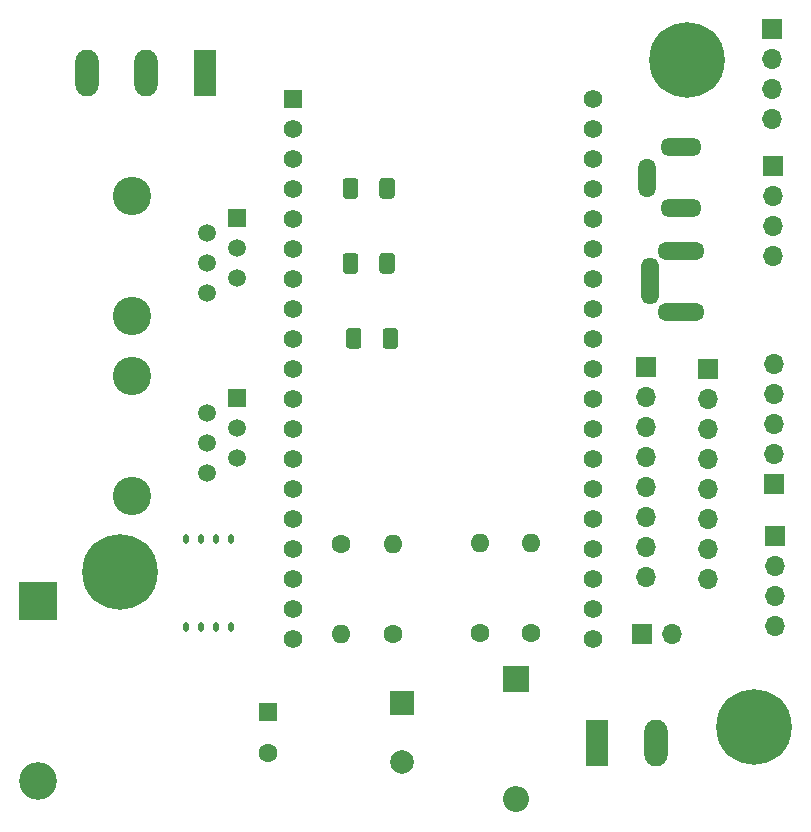
<source format=gbr>
%TF.GenerationSoftware,KiCad,Pcbnew,(5.1.12-1-10_14)*%
%TF.CreationDate,2021-12-21T21:30:39-06:00*%
%TF.ProjectId,Weather,57656174-6865-4722-9e6b-696361645f70,rev?*%
%TF.SameCoordinates,Original*%
%TF.FileFunction,Soldermask,Bot*%
%TF.FilePolarity,Negative*%
%FSLAX46Y46*%
G04 Gerber Fmt 4.6, Leading zero omitted, Abs format (unit mm)*
G04 Created by KiCad (PCBNEW (5.1.12-1-10_14)) date 2021-12-21 21:30:39*
%MOMM*%
%LPD*%
G01*
G04 APERTURE LIST*
%ADD10C,0.800000*%
%ADD11C,6.400000*%
%ADD12O,1.600000X1.600000*%
%ADD13C,1.600000*%
%ADD14R,1.560000X1.560000*%
%ADD15C,1.560000*%
%ADD16O,1.700000X1.700000*%
%ADD17R,1.700000X1.700000*%
%ADD18R,1.980000X3.960000*%
%ADD19O,1.980000X3.960000*%
%ADD20C,2.000000*%
%ADD21R,2.000000X2.000000*%
%ADD22O,2.200000X2.200000*%
%ADD23R,2.200000X2.200000*%
%ADD24O,0.510000X0.800000*%
%ADD25O,1.500000X3.300000*%
%ADD26O,3.500000X1.500000*%
%ADD27O,1.500000X4.000000*%
%ADD28O,4.000000X1.500000*%
%ADD29O,3.200000X3.200000*%
%ADD30R,3.200000X3.200000*%
%ADD31R,1.600000X1.600000*%
%ADD32C,3.250000*%
%ADD33C,1.520000*%
%ADD34R,1.520000X1.520000*%
G04 APERTURE END LIST*
D10*
%TO.C,H3*%
X171191256Y-125226744D03*
X169494200Y-124523800D03*
X167797144Y-125226744D03*
X167094200Y-126923800D03*
X167797144Y-128620856D03*
X169494200Y-129323800D03*
X171191256Y-128620856D03*
X171894200Y-126923800D03*
D11*
X169494200Y-126923800D03*
%TD*%
D12*
%TO.C,R15*%
X146304000Y-111277400D03*
D13*
X146304000Y-118897400D03*
%TD*%
D12*
%TO.C,R4*%
X150596600Y-111328200D03*
D13*
X150596600Y-118948200D03*
%TD*%
D14*
%TO.C,U1*%
X130450001Y-73705001D03*
D15*
X130450001Y-76245001D03*
X130450001Y-119425001D03*
X130450001Y-78785001D03*
X130450001Y-81325001D03*
X130450001Y-83865001D03*
X130450001Y-86405001D03*
X130450001Y-88945001D03*
X130450001Y-91485001D03*
X130450001Y-94025001D03*
X130450001Y-96565001D03*
X130450001Y-99105001D03*
X130450001Y-101645001D03*
X130450001Y-104185001D03*
X130450001Y-106725001D03*
X130450001Y-109265001D03*
X130450001Y-111805001D03*
X130450001Y-114345001D03*
X130450001Y-116885001D03*
X155850001Y-73705001D03*
X155850001Y-76245001D03*
X155850001Y-78785001D03*
X155850001Y-81325001D03*
X155850001Y-83865001D03*
X155850001Y-86405001D03*
X155850001Y-88945001D03*
X155850001Y-91485001D03*
X155850001Y-94025001D03*
X155850001Y-96565001D03*
X155850001Y-99105001D03*
X155850001Y-101645001D03*
X155850001Y-104185001D03*
X155850001Y-106725001D03*
X155850001Y-109265001D03*
X155850001Y-111805001D03*
X155850001Y-114345001D03*
X155850001Y-116885001D03*
X155850001Y-119425001D03*
%TD*%
D16*
%TO.C,SW1*%
X162509200Y-119024400D03*
D17*
X159969200Y-119024400D03*
%TD*%
D16*
%TO.C,J12*%
X171018200Y-75438000D03*
X171018200Y-72898000D03*
X171018200Y-70358000D03*
D17*
X171018200Y-67818000D03*
%TD*%
D16*
%TO.C,J9*%
X165582600Y-114325400D03*
X165582600Y-111785400D03*
X165582600Y-109245400D03*
X165582600Y-106705400D03*
X165582600Y-104165400D03*
X165582600Y-101625400D03*
X165582600Y-99085400D03*
D17*
X165582600Y-96545400D03*
%TD*%
D16*
%TO.C,J8*%
X171272200Y-118338600D03*
X171272200Y-115798600D03*
X171272200Y-113258600D03*
D17*
X171272200Y-110718600D03*
%TD*%
D16*
%TO.C,J7*%
X171221400Y-96113600D03*
X171221400Y-98653600D03*
X171221400Y-101193600D03*
X171221400Y-103733600D03*
D17*
X171221400Y-106273600D03*
%TD*%
D16*
%TO.C,J6*%
X171069000Y-86995000D03*
X171069000Y-84455000D03*
X171069000Y-81915000D03*
D17*
X171069000Y-79375000D03*
%TD*%
D16*
%TO.C,J4*%
X160375600Y-114173000D03*
X160375600Y-111633000D03*
X160375600Y-109093000D03*
X160375600Y-106553000D03*
X160375600Y-104013000D03*
X160375600Y-101473000D03*
X160375600Y-98933000D03*
D17*
X160375600Y-96393000D03*
%TD*%
D18*
%TO.C,J1*%
X156184600Y-128219200D03*
D19*
X161184600Y-128219200D03*
%TD*%
D20*
%TO.C,C6*%
X139649200Y-129866400D03*
D21*
X139649200Y-124866400D03*
%TD*%
D10*
%TO.C,H2*%
X165552456Y-68737144D03*
X163855400Y-68034200D03*
X162158344Y-68737144D03*
X161455400Y-70434200D03*
X162158344Y-72131256D03*
X163855400Y-72834200D03*
X165552456Y-72131256D03*
X166255400Y-70434200D03*
D11*
X163855400Y-70434200D03*
%TD*%
D10*
%TO.C,H1*%
X114076144Y-112044144D03*
X113373200Y-113741200D03*
X114076144Y-115438256D03*
X115773200Y-116141200D03*
X117470256Y-115438256D03*
X118173200Y-113741200D03*
X117470256Y-112044144D03*
X115773200Y-111341200D03*
D11*
X115773200Y-113741200D03*
%TD*%
D22*
%TO.C,D5*%
X149352000Y-132994400D03*
D23*
X149352000Y-122834400D03*
%TD*%
D24*
%TO.C,U3*%
X121386600Y-118416400D03*
X122656600Y-118416400D03*
X123926600Y-118416400D03*
X125196600Y-118416400D03*
X121386600Y-110996400D03*
X122656600Y-110996400D03*
X123926600Y-110996400D03*
X125196600Y-110996400D03*
%TD*%
D25*
%TO.C,J11*%
X160397400Y-80374800D03*
D26*
X163347400Y-77774800D03*
X163347400Y-82974800D03*
%TD*%
D27*
%TO.C,J5*%
X160721200Y-89163200D03*
D28*
X163271200Y-86563200D03*
X163271200Y-91763200D03*
%TD*%
D29*
%TO.C,D4*%
X108889800Y-131470400D03*
D30*
X108889800Y-116230400D03*
%TD*%
D13*
%TO.C,C5*%
X128346200Y-129077600D03*
D31*
X128346200Y-125577600D03*
%TD*%
D32*
%TO.C,J2*%
X116840000Y-92070000D03*
D33*
X123190000Y-90170000D03*
X125730000Y-88900000D03*
X123190000Y-87630000D03*
X125730000Y-86360000D03*
X123190000Y-85090000D03*
D32*
X116840000Y-81910000D03*
D34*
X125730000Y-83820000D03*
%TD*%
%TO.C,J3*%
X125730000Y-99060000D03*
D32*
X116840000Y-97150000D03*
D33*
X123190000Y-100330000D03*
X125730000Y-101600000D03*
X123190000Y-102870000D03*
X125730000Y-104140000D03*
X123190000Y-105410000D03*
D32*
X116840000Y-107310000D03*
%TD*%
D18*
%TO.C,J10*%
X122979200Y-71475600D03*
D19*
X117979200Y-71475600D03*
X112979200Y-71475600D03*
%TD*%
D12*
%TO.C,R6*%
X138887200Y-111379000D03*
D13*
X138887200Y-118999000D03*
%TD*%
%TO.C,R7*%
X134493000Y-111379000D03*
D12*
X134493000Y-118999000D03*
%TD*%
%TO.C,R12*%
G36*
G01*
X139360000Y-93354999D02*
X139360000Y-94605001D01*
G75*
G02*
X139110001Y-94855000I-249999J0D01*
G01*
X138309999Y-94855000D01*
G75*
G02*
X138060000Y-94605001I0J249999D01*
G01*
X138060000Y-93354999D01*
G75*
G02*
X138309999Y-93105000I249999J0D01*
G01*
X139110001Y-93105000D01*
G75*
G02*
X139360000Y-93354999I0J-249999D01*
G01*
G37*
G36*
G01*
X136260000Y-93354999D02*
X136260000Y-94605001D01*
G75*
G02*
X136010001Y-94855000I-249999J0D01*
G01*
X135209999Y-94855000D01*
G75*
G02*
X134960000Y-94605001I0J249999D01*
G01*
X134960000Y-93354999D01*
G75*
G02*
X135209999Y-93105000I249999J0D01*
G01*
X136010001Y-93105000D01*
G75*
G02*
X136260000Y-93354999I0J-249999D01*
G01*
G37*
%TD*%
%TO.C,R13*%
G36*
G01*
X139080000Y-87004999D02*
X139080000Y-88255001D01*
G75*
G02*
X138830001Y-88505000I-249999J0D01*
G01*
X138029999Y-88505000D01*
G75*
G02*
X137780000Y-88255001I0J249999D01*
G01*
X137780000Y-87004999D01*
G75*
G02*
X138029999Y-86755000I249999J0D01*
G01*
X138830001Y-86755000D01*
G75*
G02*
X139080000Y-87004999I0J-249999D01*
G01*
G37*
G36*
G01*
X135980000Y-87004999D02*
X135980000Y-88255001D01*
G75*
G02*
X135730001Y-88505000I-249999J0D01*
G01*
X134929999Y-88505000D01*
G75*
G02*
X134680000Y-88255001I0J249999D01*
G01*
X134680000Y-87004999D01*
G75*
G02*
X134929999Y-86755000I249999J0D01*
G01*
X135730001Y-86755000D01*
G75*
G02*
X135980000Y-87004999I0J-249999D01*
G01*
G37*
%TD*%
%TO.C,R14*%
G36*
G01*
X139080000Y-80654999D02*
X139080000Y-81905001D01*
G75*
G02*
X138830001Y-82155000I-249999J0D01*
G01*
X138029999Y-82155000D01*
G75*
G02*
X137780000Y-81905001I0J249999D01*
G01*
X137780000Y-80654999D01*
G75*
G02*
X138029999Y-80405000I249999J0D01*
G01*
X138830001Y-80405000D01*
G75*
G02*
X139080000Y-80654999I0J-249999D01*
G01*
G37*
G36*
G01*
X135980000Y-80654999D02*
X135980000Y-81905001D01*
G75*
G02*
X135730001Y-82155000I-249999J0D01*
G01*
X134929999Y-82155000D01*
G75*
G02*
X134680000Y-81905001I0J249999D01*
G01*
X134680000Y-80654999D01*
G75*
G02*
X134929999Y-80405000I249999J0D01*
G01*
X135730001Y-80405000D01*
G75*
G02*
X135980000Y-80654999I0J-249999D01*
G01*
G37*
%TD*%
M02*

</source>
